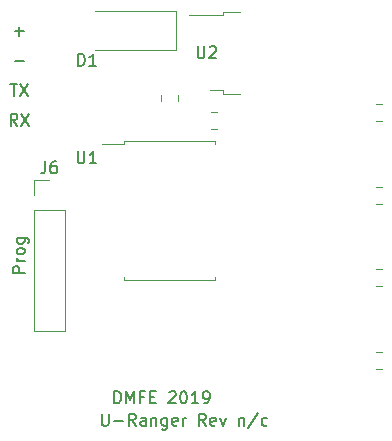
<source format=gbr>
G04 #@! TF.GenerationSoftware,KiCad,Pcbnew,(5.1.0-1195-gcea9cd417)*
G04 #@! TF.CreationDate,2019-08-04T23:05:19-07:00*
G04 #@! TF.ProjectId,URanger,5552616e-6765-4722-9e6b-696361645f70,n/c*
G04 #@! TF.SameCoordinates,Original*
G04 #@! TF.FileFunction,Legend,Top*
G04 #@! TF.FilePolarity,Positive*
%FSLAX46Y46*%
G04 Gerber Fmt 4.6, Leading zero omitted, Abs format (unit mm)*
G04 Created by KiCad (PCBNEW (5.1.0-1195-gcea9cd417)) date 2019-08-04 23:05:19*
%MOMM*%
%LPD*%
G04 APERTURE LIST*
%ADD10C,0.150000*%
%ADD11C,0.120000*%
G04 APERTURE END LIST*
D10*
X93162380Y-80216190D02*
X92162380Y-80216190D01*
X92162380Y-79835238D01*
X92210000Y-79740000D01*
X92257619Y-79692380D01*
X92352857Y-79644761D01*
X92495714Y-79644761D01*
X92590952Y-79692380D01*
X92638571Y-79740000D01*
X92686190Y-79835238D01*
X92686190Y-80216190D01*
X93162380Y-79216190D02*
X92495714Y-79216190D01*
X92686190Y-79216190D02*
X92590952Y-79168571D01*
X92543333Y-79120952D01*
X92495714Y-79025714D01*
X92495714Y-78930476D01*
X93162380Y-78454285D02*
X93114761Y-78549523D01*
X93067142Y-78597142D01*
X92971904Y-78644761D01*
X92686190Y-78644761D01*
X92590952Y-78597142D01*
X92543333Y-78549523D01*
X92495714Y-78454285D01*
X92495714Y-78311428D01*
X92543333Y-78216190D01*
X92590952Y-78168571D01*
X92686190Y-78120952D01*
X92971904Y-78120952D01*
X93067142Y-78168571D01*
X93114761Y-78216190D01*
X93162380Y-78311428D01*
X93162380Y-78454285D01*
X92495714Y-77263809D02*
X93305238Y-77263809D01*
X93400476Y-77311428D01*
X93448095Y-77359047D01*
X93495714Y-77454285D01*
X93495714Y-77597142D01*
X93448095Y-77692380D01*
X93114761Y-77263809D02*
X93162380Y-77359047D01*
X93162380Y-77549523D01*
X93114761Y-77644761D01*
X93067142Y-77692380D01*
X92971904Y-77740000D01*
X92686190Y-77740000D01*
X92590952Y-77692380D01*
X92543333Y-77644761D01*
X92495714Y-77549523D01*
X92495714Y-77359047D01*
X92543333Y-77263809D01*
X92543333Y-67762380D02*
X92210000Y-67286190D01*
X91971904Y-67762380D02*
X91971904Y-66762380D01*
X92352857Y-66762380D01*
X92448095Y-66810000D01*
X92495714Y-66857619D01*
X92543333Y-66952857D01*
X92543333Y-67095714D01*
X92495714Y-67190952D01*
X92448095Y-67238571D01*
X92352857Y-67286190D01*
X91971904Y-67286190D01*
X92876666Y-66762380D02*
X93543333Y-67762380D01*
X93543333Y-66762380D02*
X92876666Y-67762380D01*
X91948095Y-64222380D02*
X92519523Y-64222380D01*
X92233809Y-65222380D02*
X92233809Y-64222380D01*
X92757619Y-64222380D02*
X93424285Y-65222380D01*
X93424285Y-64222380D02*
X92757619Y-65222380D01*
X92329047Y-62301428D02*
X93090952Y-62301428D01*
X92329047Y-59761428D02*
X93090952Y-59761428D01*
X92710000Y-60142380D02*
X92710000Y-59380476D01*
X100775000Y-91257380D02*
X100775000Y-90257380D01*
X101013095Y-90257380D01*
X101155952Y-90305000D01*
X101251190Y-90400238D01*
X101298809Y-90495476D01*
X101346428Y-90685952D01*
X101346428Y-90828809D01*
X101298809Y-91019285D01*
X101251190Y-91114523D01*
X101155952Y-91209761D01*
X101013095Y-91257380D01*
X100775000Y-91257380D01*
X101775000Y-91257380D02*
X101775000Y-90257380D01*
X102108333Y-90971666D01*
X102441666Y-90257380D01*
X102441666Y-91257380D01*
X103251190Y-90733571D02*
X102917857Y-90733571D01*
X102917857Y-91257380D02*
X102917857Y-90257380D01*
X103394047Y-90257380D01*
X103775000Y-90733571D02*
X104108333Y-90733571D01*
X104251190Y-91257380D02*
X103775000Y-91257380D01*
X103775000Y-90257380D01*
X104251190Y-90257380D01*
X105394047Y-90352619D02*
X105441666Y-90305000D01*
X105536904Y-90257380D01*
X105775000Y-90257380D01*
X105870238Y-90305000D01*
X105917857Y-90352619D01*
X105965476Y-90447857D01*
X105965476Y-90543095D01*
X105917857Y-90685952D01*
X105346428Y-91257380D01*
X105965476Y-91257380D01*
X106584523Y-90257380D02*
X106679761Y-90257380D01*
X106775000Y-90305000D01*
X106822619Y-90352619D01*
X106870238Y-90447857D01*
X106917857Y-90638333D01*
X106917857Y-90876428D01*
X106870238Y-91066904D01*
X106822619Y-91162142D01*
X106775000Y-91209761D01*
X106679761Y-91257380D01*
X106584523Y-91257380D01*
X106489285Y-91209761D01*
X106441666Y-91162142D01*
X106394047Y-91066904D01*
X106346428Y-90876428D01*
X106346428Y-90638333D01*
X106394047Y-90447857D01*
X106441666Y-90352619D01*
X106489285Y-90305000D01*
X106584523Y-90257380D01*
X107870238Y-91257380D02*
X107298809Y-91257380D01*
X107584523Y-91257380D02*
X107584523Y-90257380D01*
X107489285Y-90400238D01*
X107394047Y-90495476D01*
X107298809Y-90543095D01*
X108346428Y-91257380D02*
X108536904Y-91257380D01*
X108632142Y-91209761D01*
X108679761Y-91162142D01*
X108775000Y-91019285D01*
X108822619Y-90828809D01*
X108822619Y-90447857D01*
X108775000Y-90352619D01*
X108727380Y-90305000D01*
X108632142Y-90257380D01*
X108441666Y-90257380D01*
X108346428Y-90305000D01*
X108298809Y-90352619D01*
X108251190Y-90447857D01*
X108251190Y-90685952D01*
X108298809Y-90781190D01*
X108346428Y-90828809D01*
X108441666Y-90876428D01*
X108632142Y-90876428D01*
X108727380Y-90828809D01*
X108775000Y-90781190D01*
X108822619Y-90685952D01*
X99703809Y-92162380D02*
X99703809Y-92971904D01*
X99751428Y-93067142D01*
X99799047Y-93114761D01*
X99894285Y-93162380D01*
X100084761Y-93162380D01*
X100180000Y-93114761D01*
X100227619Y-93067142D01*
X100275238Y-92971904D01*
X100275238Y-92162380D01*
X100751428Y-92781428D02*
X101513333Y-92781428D01*
X102560952Y-93162380D02*
X102227619Y-92686190D01*
X101989523Y-93162380D02*
X101989523Y-92162380D01*
X102370476Y-92162380D01*
X102465714Y-92210000D01*
X102513333Y-92257619D01*
X102560952Y-92352857D01*
X102560952Y-92495714D01*
X102513333Y-92590952D01*
X102465714Y-92638571D01*
X102370476Y-92686190D01*
X101989523Y-92686190D01*
X103418095Y-93162380D02*
X103418095Y-92638571D01*
X103370476Y-92543333D01*
X103275238Y-92495714D01*
X103084761Y-92495714D01*
X102989523Y-92543333D01*
X103418095Y-93114761D02*
X103322857Y-93162380D01*
X103084761Y-93162380D01*
X102989523Y-93114761D01*
X102941904Y-93019523D01*
X102941904Y-92924285D01*
X102989523Y-92829047D01*
X103084761Y-92781428D01*
X103322857Y-92781428D01*
X103418095Y-92733809D01*
X103894285Y-92495714D02*
X103894285Y-93162380D01*
X103894285Y-92590952D02*
X103941904Y-92543333D01*
X104037142Y-92495714D01*
X104180000Y-92495714D01*
X104275238Y-92543333D01*
X104322857Y-92638571D01*
X104322857Y-93162380D01*
X105227619Y-92495714D02*
X105227619Y-93305238D01*
X105180000Y-93400476D01*
X105132380Y-93448095D01*
X105037142Y-93495714D01*
X104894285Y-93495714D01*
X104799047Y-93448095D01*
X105227619Y-93114761D02*
X105132380Y-93162380D01*
X104941904Y-93162380D01*
X104846666Y-93114761D01*
X104799047Y-93067142D01*
X104751428Y-92971904D01*
X104751428Y-92686190D01*
X104799047Y-92590952D01*
X104846666Y-92543333D01*
X104941904Y-92495714D01*
X105132380Y-92495714D01*
X105227619Y-92543333D01*
X106084761Y-93114761D02*
X105989523Y-93162380D01*
X105799047Y-93162380D01*
X105703809Y-93114761D01*
X105656190Y-93019523D01*
X105656190Y-92638571D01*
X105703809Y-92543333D01*
X105799047Y-92495714D01*
X105989523Y-92495714D01*
X106084761Y-92543333D01*
X106132380Y-92638571D01*
X106132380Y-92733809D01*
X105656190Y-92829047D01*
X106560952Y-93162380D02*
X106560952Y-92495714D01*
X106560952Y-92686190D02*
X106608571Y-92590952D01*
X106656190Y-92543333D01*
X106751428Y-92495714D01*
X106846666Y-92495714D01*
X108513333Y-93162380D02*
X108180000Y-92686190D01*
X107941904Y-93162380D02*
X107941904Y-92162380D01*
X108322857Y-92162380D01*
X108418095Y-92210000D01*
X108465714Y-92257619D01*
X108513333Y-92352857D01*
X108513333Y-92495714D01*
X108465714Y-92590952D01*
X108418095Y-92638571D01*
X108322857Y-92686190D01*
X107941904Y-92686190D01*
X109322857Y-93114761D02*
X109227619Y-93162380D01*
X109037142Y-93162380D01*
X108941904Y-93114761D01*
X108894285Y-93019523D01*
X108894285Y-92638571D01*
X108941904Y-92543333D01*
X109037142Y-92495714D01*
X109227619Y-92495714D01*
X109322857Y-92543333D01*
X109370476Y-92638571D01*
X109370476Y-92733809D01*
X108894285Y-92829047D01*
X109703809Y-92495714D02*
X109941904Y-93162380D01*
X110180000Y-92495714D01*
X111322857Y-92495714D02*
X111322857Y-93162380D01*
X111322857Y-92590952D02*
X111370476Y-92543333D01*
X111465714Y-92495714D01*
X111608571Y-92495714D01*
X111703809Y-92543333D01*
X111751428Y-92638571D01*
X111751428Y-93162380D01*
X112941904Y-92114761D02*
X112084761Y-93400476D01*
X113703809Y-93114761D02*
X113608571Y-93162380D01*
X113418095Y-93162380D01*
X113322857Y-93114761D01*
X113275238Y-93067142D01*
X113227619Y-92971904D01*
X113227619Y-92686190D01*
X113275238Y-92590952D01*
X113322857Y-92543333D01*
X113418095Y-92495714D01*
X113608571Y-92495714D01*
X113703809Y-92543333D01*
D11*
X109925000Y-64775000D02*
X108825000Y-64775000D01*
X109925000Y-65045000D02*
X109925000Y-64775000D01*
X111425000Y-65045000D02*
X109925000Y-65045000D01*
X109925000Y-58415000D02*
X107095000Y-58415000D01*
X109925000Y-58145000D02*
X109925000Y-58415000D01*
X111425000Y-58145000D02*
X109925000Y-58145000D01*
X101550000Y-69290000D02*
X99735000Y-69290000D01*
X101550000Y-69045000D02*
X101550000Y-69290000D01*
X105410000Y-69045000D02*
X101550000Y-69045000D01*
X109270000Y-69045000D02*
X109270000Y-69290000D01*
X105410000Y-69045000D02*
X109270000Y-69045000D01*
X101550000Y-80815000D02*
X101550000Y-80570000D01*
X105410000Y-80815000D02*
X101550000Y-80815000D01*
X109270000Y-80815000D02*
X109270000Y-80570000D01*
X105410000Y-80815000D02*
X109270000Y-80815000D01*
X93920000Y-72330000D02*
X95250000Y-72330000D01*
X93920000Y-73660000D02*
X93920000Y-72330000D01*
X93920000Y-74930000D02*
X96580000Y-74930000D01*
X96580000Y-74930000D02*
X96580000Y-85150000D01*
X93920000Y-74930000D02*
X93920000Y-85150000D01*
X93920000Y-85150000D02*
X96580000Y-85150000D01*
X106000000Y-61340000D02*
X99100000Y-61340000D01*
X106000000Y-58040000D02*
X99100000Y-58040000D01*
X106000000Y-61340000D02*
X106000000Y-58040000D01*
X123451252Y-86920000D02*
X122928748Y-86920000D01*
X123451252Y-88340000D02*
X122928748Y-88340000D01*
X123451252Y-79935000D02*
X122928748Y-79935000D01*
X123451252Y-81355000D02*
X122928748Y-81355000D01*
X123451252Y-72950000D02*
X122928748Y-72950000D01*
X123451252Y-74370000D02*
X122928748Y-74370000D01*
X123451252Y-65965000D02*
X122928748Y-65965000D01*
X123451252Y-67385000D02*
X122928748Y-67385000D01*
X108958748Y-68020000D02*
X109481252Y-68020000D01*
X108958748Y-66600000D02*
X109481252Y-66600000D01*
X104700000Y-65143748D02*
X104700000Y-65666252D01*
X106120000Y-65143748D02*
X106120000Y-65666252D01*
D10*
X107823095Y-61047380D02*
X107823095Y-61856904D01*
X107870714Y-61952142D01*
X107918333Y-61999761D01*
X108013571Y-62047380D01*
X108204047Y-62047380D01*
X108299285Y-61999761D01*
X108346904Y-61952142D01*
X108394523Y-61856904D01*
X108394523Y-61047380D01*
X108823095Y-61142619D02*
X108870714Y-61095000D01*
X108965952Y-61047380D01*
X109204047Y-61047380D01*
X109299285Y-61095000D01*
X109346904Y-61142619D01*
X109394523Y-61237857D01*
X109394523Y-61333095D01*
X109346904Y-61475952D01*
X108775476Y-62047380D01*
X109394523Y-62047380D01*
X97663095Y-69937380D02*
X97663095Y-70746904D01*
X97710714Y-70842142D01*
X97758333Y-70889761D01*
X97853571Y-70937380D01*
X98044047Y-70937380D01*
X98139285Y-70889761D01*
X98186904Y-70842142D01*
X98234523Y-70746904D01*
X98234523Y-69937380D01*
X99234523Y-70937380D02*
X98663095Y-70937380D01*
X98948809Y-70937380D02*
X98948809Y-69937380D01*
X98853571Y-70080238D01*
X98758333Y-70175476D01*
X98663095Y-70223095D01*
X94916666Y-70782380D02*
X94916666Y-71496666D01*
X94869047Y-71639523D01*
X94773809Y-71734761D01*
X94630952Y-71782380D01*
X94535714Y-71782380D01*
X95821428Y-70782380D02*
X95630952Y-70782380D01*
X95535714Y-70830000D01*
X95488095Y-70877619D01*
X95392857Y-71020476D01*
X95345238Y-71210952D01*
X95345238Y-71591904D01*
X95392857Y-71687142D01*
X95440476Y-71734761D01*
X95535714Y-71782380D01*
X95726190Y-71782380D01*
X95821428Y-71734761D01*
X95869047Y-71687142D01*
X95916666Y-71591904D01*
X95916666Y-71353809D01*
X95869047Y-71258571D01*
X95821428Y-71210952D01*
X95726190Y-71163333D01*
X95535714Y-71163333D01*
X95440476Y-71210952D01*
X95392857Y-71258571D01*
X95345238Y-71353809D01*
X97686904Y-62682380D02*
X97686904Y-61682380D01*
X97925000Y-61682380D01*
X98067857Y-61730000D01*
X98163095Y-61825238D01*
X98210714Y-61920476D01*
X98258333Y-62110952D01*
X98258333Y-62253809D01*
X98210714Y-62444285D01*
X98163095Y-62539523D01*
X98067857Y-62634761D01*
X97925000Y-62682380D01*
X97686904Y-62682380D01*
X99210714Y-62682380D02*
X98639285Y-62682380D01*
X98925000Y-62682380D02*
X98925000Y-61682380D01*
X98829761Y-61825238D01*
X98734523Y-61920476D01*
X98639285Y-61968095D01*
M02*

</source>
